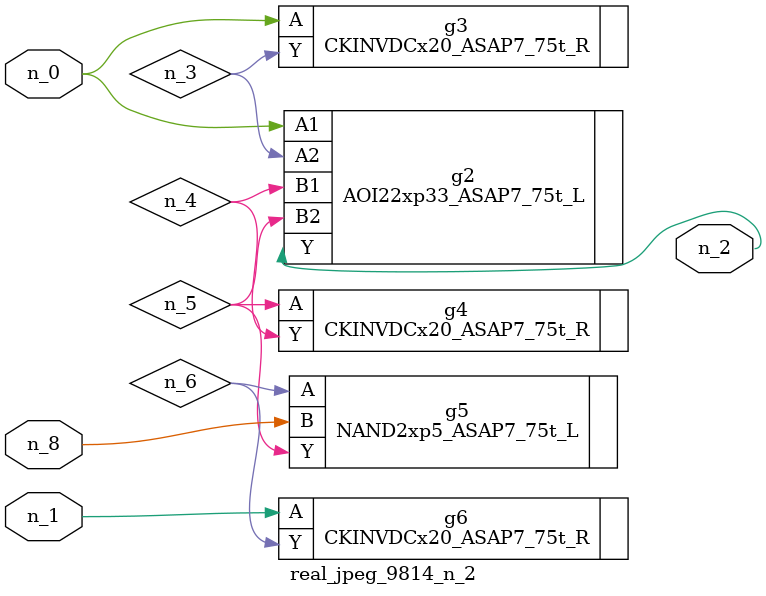
<source format=v>
module real_jpeg_9814_n_2 (n_8, n_1, n_0, n_2);

input n_8;
input n_1;
input n_0;

output n_2;

wire n_5;
wire n_4;
wire n_6;
wire n_3;

AOI22xp33_ASAP7_75t_L g2 ( 
.A1(n_0),
.A2(n_3),
.B1(n_4),
.B2(n_5),
.Y(n_2)
);

CKINVDCx20_ASAP7_75t_R g3 ( 
.A(n_0),
.Y(n_3)
);

CKINVDCx20_ASAP7_75t_R g6 ( 
.A(n_1),
.Y(n_6)
);

CKINVDCx20_ASAP7_75t_R g4 ( 
.A(n_5),
.Y(n_4)
);

NAND2xp5_ASAP7_75t_L g5 ( 
.A(n_6),
.B(n_8),
.Y(n_5)
);


endmodule
</source>
